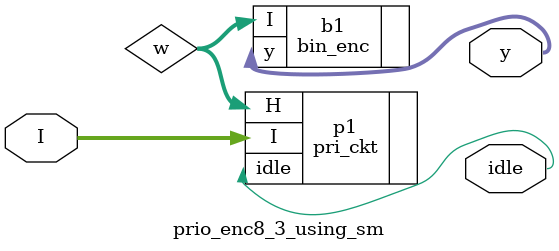
<source format=v>
`timescale 1ns / 1ps
module prio_enc8_3_using_sm(input [7:0]I, output[2:0]y, output idle);
wire [7:0]w;

pri_ckt p1(.I(I),.H(w),.idle(idle));
bin_enc b1(.I(w),.y(y));


endmodule

</source>
